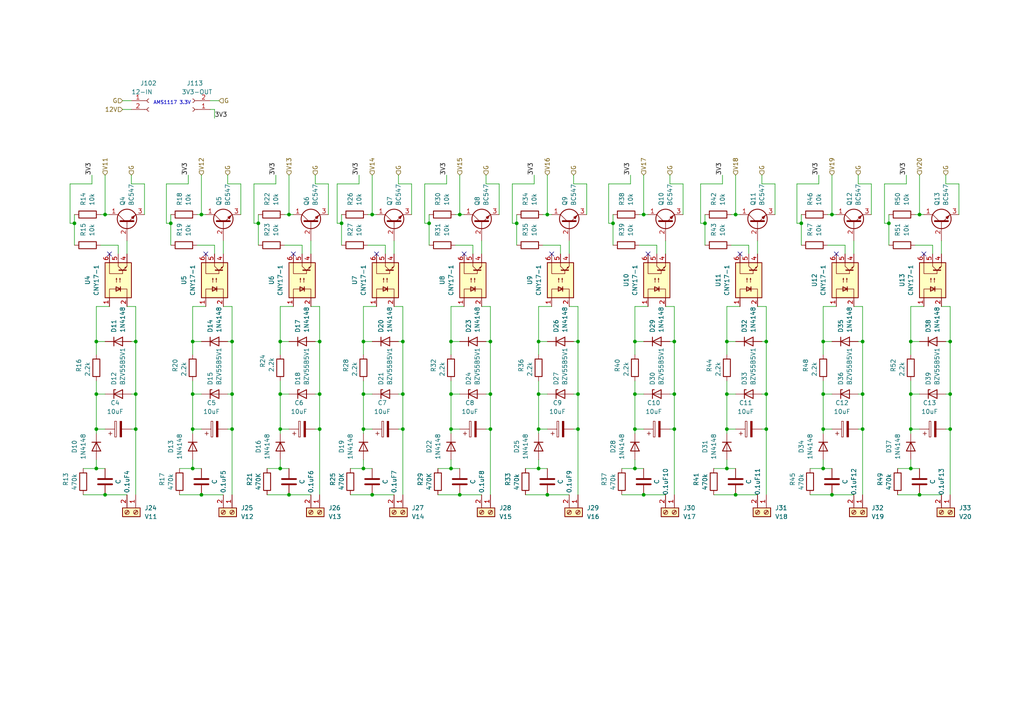
<source format=kicad_sch>
(kicad_sch (version 20211123) (generator eeschema)
  (paper "A4")
  (junction (at 124.46 64.77))
  (junction (at 210.82 124.46))
  (junction (at 142.24 114.3))
  (junction (at 116.84 114.3))
  (junction (at 167.64 99.06))
  (junction (at 210.82 114.3))
  (junction (at 184.15 99.06))
  (junction (at 213.36 62.23))
  (junction (at 39.37 124.46))
  (junction (at 222.25 114.3))
  (junction (at 83.82 143.51))
  (junction (at 130.81 99.06))
  (junction (at 264.16 135.89))
  (junction (at 142.24 124.46))
  (junction (at 156.21 124.46))
  (junction (at 55.88 114.3))
  (junction (at 210.82 135.89))
  (junction (at 58.42 143.51))
  (junction (at 204.47 64.77))
  (junction (at 156.21 135.89))
  (junction (at 27.94 135.89))
  (junction (at 158.75 62.23))
  (junction (at 184.15 114.3))
  (junction (at 167.64 114.3))
  (junction (at 30.48 62.23))
  (junction (at 116.84 99.06))
  (junction (at 222.25 124.46))
  (junction (at 74.93 64.77))
  (junction (at 238.76 114.3))
  (junction (at 156.21 99.06))
  (junction (at 275.59 114.3))
  (junction (at 116.84 124.46))
  (junction (at 177.8 64.77))
  (junction (at 49.53 64.77))
  (junction (at 92.71 124.46))
  (junction (at 238.76 99.06))
  (junction (at 67.31 99.06))
  (junction (at 186.69 143.51))
  (junction (at 266.7 62.23))
  (junction (at 142.24 99.06))
  (junction (at 213.36 143.51))
  (junction (at 105.41 135.89))
  (junction (at 250.19 124.46))
  (junction (at 257.81 64.77))
  (junction (at 107.95 62.23))
  (junction (at 67.31 124.46))
  (junction (at 238.76 135.89))
  (junction (at 130.81 124.46))
  (junction (at 107.95 143.51))
  (junction (at 105.41 124.46))
  (junction (at 232.41 64.77))
  (junction (at 241.3 143.51))
  (junction (at 264.16 114.3))
  (junction (at 39.37 99.06))
  (junction (at 55.88 135.89))
  (junction (at 81.28 124.46))
  (junction (at 266.7 143.51))
  (junction (at 67.31 114.3))
  (junction (at 195.58 114.3))
  (junction (at 241.3 62.23))
  (junction (at 27.94 114.3))
  (junction (at 81.28 114.3))
  (junction (at 250.19 99.06))
  (junction (at 167.64 124.46))
  (junction (at 264.16 124.46))
  (junction (at 275.59 124.46))
  (junction (at 195.58 124.46))
  (junction (at 99.06 64.77))
  (junction (at 27.94 124.46))
  (junction (at 250.19 114.3))
  (junction (at 39.37 114.3))
  (junction (at 133.35 62.23))
  (junction (at 184.15 124.46))
  (junction (at 105.41 114.3))
  (junction (at 130.81 135.89))
  (junction (at 58.42 62.23))
  (junction (at 222.25 99.06))
  (junction (at 130.81 114.3))
  (junction (at 275.59 99.06))
  (junction (at 210.82 99.06))
  (junction (at 27.94 99.06))
  (junction (at 156.21 114.3))
  (junction (at 264.16 99.06))
  (junction (at 30.48 143.51))
  (junction (at 184.15 135.89))
  (junction (at 149.86 64.77))
  (junction (at 21.59 64.77))
  (junction (at 83.82 62.23))
  (junction (at 92.71 99.06))
  (junction (at 186.69 62.23))
  (junction (at 55.88 124.46))
  (junction (at 158.75 143.51))
  (junction (at 92.71 114.3))
  (junction (at 81.28 99.06))
  (junction (at 133.35 143.51))
  (junction (at 238.76 124.46))
  (junction (at 55.88 99.06))
  (junction (at 195.58 99.06))
  (junction (at 105.41 99.06))
  (junction (at 81.28 135.89))
  (no_connect (at 214.63 73.66))
  (no_connect (at 267.97 73.66))
  (no_connect (at 85.09 73.66))
  (no_connect (at 160.02 73.66))
  (no_connect (at 59.69 73.66))
  (no_connect (at 109.22 73.66))
  (no_connect (at 187.96 73.66))
  (no_connect (at 242.57 73.66))
  (no_connect (at 134.62 73.66))
  (no_connect (at 31.75 73.66))
  (wire (pts (xy 158.75 62.23) (xy 158.75 50.8)))
  (wire (pts (xy 39.37 99.06) (xy 39.37 88.9)))
  (wire (pts (xy 127 135.89) (xy 130.81 135.89)))
  (wire (pts (xy 180.34 143.51) (xy 186.69 143.51)))
  (wire (pts (xy 149.86 64.77) (xy 149.86 62.23)))
  (wire (pts (xy 114.3 88.9) (xy 116.84 88.9)))
  (wire (pts (xy 250.19 114.3) (xy 250.19 99.06)))
  (wire (pts (xy 142.24 99.06) (xy 142.24 88.9)))
  (wire (pts (xy 166.37 124.46) (xy 167.64 124.46)))
  (wire (pts (xy 185.42 62.23) (xy 186.69 62.23)))
  (wire (pts (xy 27.94 114.3) (xy 30.48 114.3)))
  (wire (pts (xy 232.41 71.12) (xy 232.41 64.77)))
  (wire (pts (xy 81.28 135.89) (xy 83.82 135.89)))
  (wire (pts (xy 264.16 124.46) (xy 266.7 124.46)))
  (wire (pts (xy 81.28 124.46) (xy 83.82 124.46)))
  (wire (pts (xy 194.31 99.06) (xy 195.58 99.06)))
  (wire (pts (xy 264.16 102.87) (xy 264.16 99.06)))
  (wire (pts (xy 156.21 114.3) (xy 158.75 114.3)))
  (wire (pts (xy 55.88 124.46) (xy 58.42 124.46)))
  (wire (pts (xy 95.25 53.34) (xy 91.44 53.34)))
  (wire (pts (xy 55.88 114.3) (xy 55.88 110.49)))
  (wire (pts (xy 67.31 124.46) (xy 67.31 114.3)))
  (wire (pts (xy 275.59 124.46) (xy 275.59 114.3)))
  (wire (pts (xy 238.76 99.06) (xy 241.3 99.06)))
  (wire (pts (xy 234.95 135.89) (xy 238.76 135.89)))
  (wire (pts (xy 29.21 62.23) (xy 30.48 62.23)))
  (wire (pts (xy 275.59 99.06) (xy 275.59 88.9)))
  (wire (pts (xy 162.56 73.66) (xy 162.56 71.12)))
  (wire (pts (xy 274.32 124.46) (xy 275.59 124.46)))
  (wire (pts (xy 130.81 125.73) (xy 130.81 124.46)))
  (wire (pts (xy 27.94 102.87) (xy 27.94 99.06)))
  (wire (pts (xy 220.98 124.46) (xy 222.25 124.46)))
  (wire (pts (xy 148.59 64.77) (xy 149.86 64.77)))
  (wire (pts (xy 27.94 114.3) (xy 27.94 110.49)))
  (wire (pts (xy 27.94 124.46) (xy 27.94 114.3)))
  (wire (pts (xy 105.41 135.89) (xy 107.95 135.89)))
  (wire (pts (xy 21.59 71.12) (xy 21.59 64.77)))
  (wire (pts (xy 48.26 53.34) (xy 48.26 64.77)))
  (wire (pts (xy 247.65 73.66) (xy 247.65 69.85)))
  (wire (pts (xy 242.57 88.9) (xy 238.76 88.9)))
  (wire (pts (xy 91.44 114.3) (xy 92.71 114.3)))
  (wire (pts (xy 55.88 114.3) (xy 58.42 114.3)))
  (wire (pts (xy 26.67 53.34) (xy 26.67 50.8)))
  (wire (pts (xy 203.2 53.34) (xy 203.2 64.77)))
  (wire (pts (xy 156.21 88.9) (xy 156.21 99.06)))
  (wire (pts (xy 92.71 124.46) (xy 92.71 114.3)))
  (wire (pts (xy 176.53 64.77) (xy 177.8 64.77)))
  (wire (pts (xy 220.98 99.06) (xy 222.25 99.06)))
  (wire (pts (xy 49.53 71.12) (xy 49.53 64.77)))
  (wire (pts (xy 20.32 53.34) (xy 20.32 64.77)))
  (wire (pts (xy 274.32 53.34) (xy 274.32 50.8)))
  (wire (pts (xy 222.25 99.06) (xy 222.25 88.9)))
  (wire (pts (xy 247.65 88.9) (xy 250.19 88.9)))
  (wire (pts (xy 90.17 88.9) (xy 92.71 88.9)))
  (wire (pts (xy 139.7 88.9) (xy 142.24 88.9)))
  (wire (pts (xy 184.15 88.9) (xy 184.15 99.06)))
  (wire (pts (xy 252.73 53.34) (xy 248.92 53.34)))
  (wire (pts (xy 119.38 53.34) (xy 115.57 53.34)))
  (wire (pts (xy 260.35 143.51) (xy 266.7 143.51)))
  (wire (pts (xy 81.28 102.87) (xy 81.28 99.06)))
  (wire (pts (xy 148.59 53.34) (xy 148.59 64.77)))
  (wire (pts (xy 264.16 135.89) (xy 264.16 133.35)))
  (wire (pts (xy 190.5 71.12) (xy 185.42 71.12)))
  (wire (pts (xy 81.28 88.9) (xy 81.28 99.06)))
  (wire (pts (xy 273.05 143.51) (xy 266.7 143.51)))
  (wire (pts (xy 156.21 124.46) (xy 158.75 124.46)))
  (wire (pts (xy 142.24 124.46) (xy 142.24 114.3)))
  (wire (pts (xy 99.06 71.12) (xy 99.06 64.77)))
  (wire (pts (xy 130.81 124.46) (xy 130.81 114.3)))
  (wire (pts (xy 210.82 124.46) (xy 213.36 124.46)))
  (wire (pts (xy 87.63 73.66) (xy 87.63 71.12)))
  (wire (pts (xy 220.98 114.3) (xy 222.25 114.3)))
  (wire (pts (xy 137.16 71.12) (xy 132.08 71.12)))
  (wire (pts (xy 66.04 114.3) (xy 67.31 114.3)))
  (wire (pts (xy 133.35 62.23) (xy 134.62 62.23)))
  (wire (pts (xy 167.64 99.06) (xy 167.64 88.9)))
  (wire (pts (xy 38.1 114.3) (xy 39.37 114.3)))
  (wire (pts (xy 264.16 88.9) (xy 264.16 99.06)))
  (wire (pts (xy 166.37 53.34) (xy 166.37 50.8)))
  (wire (pts (xy 207.01 143.51) (xy 213.36 143.51)))
  (wire (pts (xy 210.82 135.89) (xy 213.36 135.89)))
  (wire (pts (xy 73.66 53.34) (xy 73.66 64.77)))
  (wire (pts (xy 92.71 99.06) (xy 92.71 88.9)))
  (wire (pts (xy 260.35 135.89) (xy 264.16 135.89)))
  (wire (pts (xy 219.71 88.9) (xy 222.25 88.9)))
  (wire (pts (xy 157.48 62.23) (xy 158.75 62.23)))
  (wire (pts (xy 111.76 73.66) (xy 111.76 71.12)))
  (wire (pts (xy 177.8 64.77) (xy 177.8 62.23)))
  (wire (pts (xy 73.66 64.77) (xy 74.93 64.77)))
  (wire (pts (xy 41.91 62.23) (xy 41.91 53.34)))
  (wire (pts (xy 250.19 124.46) (xy 250.19 114.3)))
  (wire (pts (xy 142.24 143.51) (xy 142.24 124.46)))
  (wire (pts (xy 238.76 88.9) (xy 238.76 99.06)))
  (wire (pts (xy 105.41 135.89) (xy 105.41 133.35)))
  (wire (pts (xy 231.14 64.77) (xy 232.41 64.77)))
  (wire (pts (xy 105.41 99.06) (xy 107.95 99.06)))
  (wire (pts (xy 217.17 73.66) (xy 217.17 71.12)))
  (wire (pts (xy 59.69 88.9) (xy 55.88 88.9)))
  (wire (pts (xy 116.84 114.3) (xy 116.84 99.06)))
  (wire (pts (xy 36.83 143.51) (xy 30.48 143.51)))
  (wire (pts (xy 77.47 135.89) (xy 81.28 135.89)))
  (wire (pts (xy 92.71 143.51) (xy 92.71 124.46)))
  (wire (pts (xy 55.88 88.9) (xy 55.88 99.06)))
  (wire (pts (xy 49.53 64.77) (xy 49.53 62.23)))
  (wire (pts (xy 105.41 124.46) (xy 105.41 114.3)))
  (wire (pts (xy 39.37 124.46) (xy 39.37 114.3)))
  (wire (pts (xy 27.94 99.06) (xy 30.48 99.06)))
  (wire (pts (xy 91.44 99.06) (xy 92.71 99.06)))
  (wire (pts (xy 130.81 114.3) (xy 130.81 110.49)))
  (wire (pts (xy 219.71 143.51) (xy 213.36 143.51)))
  (wire (pts (xy 66.04 53.34) (xy 66.04 50.8)))
  (wire (pts (xy 90.17 73.66) (xy 90.17 69.85)))
  (wire (pts (xy 194.31 53.34) (xy 194.31 50.8)))
  (wire (pts (xy 34.29 73.66) (xy 34.29 71.12)))
  (wire (pts (xy 21.59 64.77) (xy 21.59 62.23)))
  (wire (pts (xy 116.84 99.06) (xy 116.84 88.9)))
  (wire (pts (xy 220.98 53.34) (xy 220.98 50.8)))
  (wire (pts (xy 162.56 71.12) (xy 157.48 71.12)))
  (wire (pts (xy 144.78 53.34) (xy 140.97 53.34)))
  (wire (pts (xy 270.51 73.66) (xy 270.51 71.12)))
  (wire (pts (xy 204.47 71.12) (xy 204.47 64.77)))
  (wire (pts (xy 34.29 71.12) (xy 29.21 71.12)))
  (wire (pts (xy 264.16 99.06) (xy 266.7 99.06)))
  (wire (pts (xy 115.57 124.46) (xy 116.84 124.46)))
  (wire (pts (xy 36.83 88.9) (xy 39.37 88.9)))
  (wire (pts (xy 256.54 64.77) (xy 257.81 64.77)))
  (wire (pts (xy 278.13 62.23) (xy 278.13 53.34)))
  (wire (pts (xy 132.08 62.23) (xy 133.35 62.23)))
  (wire (pts (xy 256.54 53.34) (xy 256.54 64.77)))
  (wire (pts (xy 156.21 124.46) (xy 156.21 114.3)))
  (wire (pts (xy 97.79 53.34) (xy 104.14 53.34)))
  (wire (pts (xy 193.04 88.9) (xy 195.58 88.9)))
  (wire (pts (xy 186.69 62.23) (xy 186.69 50.8)))
  (wire (pts (xy 187.96 88.9) (xy 184.15 88.9)))
  (wire (pts (xy 267.97 88.9) (xy 264.16 88.9)))
  (wire (pts (xy 48.26 53.34) (xy 54.61 53.34)))
  (wire (pts (xy 66.04 124.46) (xy 67.31 124.46)))
  (wire (pts (xy 116.84 143.51) (xy 116.84 124.46)))
  (wire (pts (xy 248.92 114.3) (xy 250.19 114.3)))
  (wire (pts (xy 55.88 102.87) (xy 55.88 99.06)))
  (wire (pts (xy 140.97 53.34) (xy 140.97 50.8)))
  (wire (pts (xy 176.53 53.34) (xy 182.88 53.34)))
  (wire (pts (xy 210.82 88.9) (xy 210.82 99.06)))
  (wire (pts (xy 39.37 114.3) (xy 39.37 99.06)))
  (wire (pts (xy 24.13 143.51) (xy 30.48 143.51)))
  (wire (pts (xy 241.3 62.23) (xy 242.57 62.23)))
  (wire (pts (xy 27.94 135.89) (xy 27.94 133.35)))
  (wire (pts (xy 238.76 135.89) (xy 241.3 135.89)))
  (wire (pts (xy 182.88 53.34) (xy 182.88 50.8)))
  (wire (pts (xy 139.7 73.66) (xy 139.7 69.85)))
  (wire (pts (xy 266.7 62.23) (xy 266.7 50.8)))
  (wire (pts (xy 270.51 71.12) (xy 265.43 71.12)))
  (wire (pts (xy 166.37 114.3) (xy 167.64 114.3)))
  (wire (pts (xy 106.68 62.23) (xy 107.95 62.23)))
  (wire (pts (xy 81.28 124.46) (xy 81.28 114.3)))
  (wire (pts (xy 248.92 99.06) (xy 250.19 99.06)))
  (wire (pts (xy 27.94 125.73) (xy 27.94 124.46)))
  (wire (pts (xy 114.3 73.66) (xy 114.3 69.85)))
  (wire (pts (xy 130.81 124.46) (xy 133.35 124.46)))
  (wire (pts (xy 170.18 62.23) (xy 170.18 53.34)))
  (wire (pts (xy 184.15 135.89) (xy 186.69 135.89)))
  (wire (pts (xy 152.4 135.89) (xy 156.21 135.89)))
  (wire (pts (xy 55.88 99.06) (xy 58.42 99.06)))
  (wire (pts (xy 97.79 53.34) (xy 97.79 64.77)))
  (wire (pts (xy 152.4 143.51) (xy 158.75 143.51)))
  (wire (pts (xy 140.97 99.06) (xy 142.24 99.06)))
  (wire (pts (xy 184.15 125.73) (xy 184.15 124.46)))
  (wire (pts (xy 124.46 71.12) (xy 124.46 64.77)))
  (wire (pts (xy 273.05 88.9) (xy 275.59 88.9)))
  (wire (pts (xy 101.6 135.89) (xy 105.41 135.89)))
  (wire (pts (xy 184.15 99.06) (xy 186.69 99.06)))
  (wire (pts (xy 210.82 124.46) (xy 210.82 114.3)))
  (wire (pts (xy 238.76 125.73) (xy 238.76 124.46)))
  (wire (pts (xy 170.18 53.34) (xy 166.37 53.34)))
  (wire (pts (xy 210.82 99.06) (xy 213.36 99.06)))
  (wire (pts (xy 134.62 88.9) (xy 130.81 88.9)))
  (wire (pts (xy 213.36 62.23) (xy 214.63 62.23)))
  (wire (pts (xy 62.23 73.66) (xy 62.23 71.12)))
  (wire (pts (xy 264.16 114.3) (xy 266.7 114.3)))
  (wire (pts (xy 180.34 135.89) (xy 184.15 135.89)))
  (wire (pts (xy 156.21 135.89) (xy 156.21 133.35)))
  (wire (pts (xy 240.03 62.23) (xy 241.3 62.23)))
  (wire (pts (xy 224.79 53.34) (xy 220.98 53.34)))
  (wire (pts (xy 195.58 114.3) (xy 195.58 99.06)))
  (wire (pts (xy 116.84 124.46) (xy 116.84 114.3)))
  (wire (pts (xy 156.21 102.87) (xy 156.21 99.06)))
  (wire (pts (xy 36.83 73.66) (xy 36.83 69.85)))
  (wire (pts (xy 238.76 124.46) (xy 238.76 114.3)))
  (wire (pts (xy 74.93 64.77) (xy 74.93 62.23)))
  (wire (pts (xy 63.5 29.21) (xy 60.96 29.21)))
  (wire (pts (xy 97.79 64.77) (xy 99.06 64.77)))
  (wire (pts (xy 67.31 114.3) (xy 67.31 99.06)))
  (wire (pts (xy 184.15 124.46) (xy 184.15 114.3)))
  (wire (pts (xy 62.23 31.75) (xy 62.23 34.29)))
  (wire (pts (xy 105.41 124.46) (xy 107.95 124.46)))
  (wire (pts (xy 123.19 53.34) (xy 129.54 53.34)))
  (wire (pts (xy 104.14 53.34) (xy 104.14 50.8)))
  (wire (pts (xy 85.09 88.9) (xy 81.28 88.9)))
  (wire (pts (xy 195.58 124.46) (xy 195.58 114.3)))
  (wire (pts (xy 156.21 135.89) (xy 158.75 135.89)))
  (wire (pts (xy 81.28 114.3) (xy 81.28 110.49)))
  (wire (pts (xy 109.22 88.9) (xy 105.41 88.9)))
  (wire (pts (xy 52.07 135.89) (xy 55.88 135.89)))
  (wire (pts (xy 58.42 62.23) (xy 59.69 62.23)))
  (wire (pts (xy 92.71 114.3) (xy 92.71 99.06)))
  (wire (pts (xy 264.16 124.46) (xy 264.16 114.3)))
  (wire (pts (xy 95.25 62.23) (xy 95.25 53.34)))
  (wire (pts (xy 39.37 143.51) (xy 39.37 124.46)))
  (wire (pts (xy 252.73 62.23) (xy 252.73 53.34)))
  (wire (pts (xy 60.96 31.75) (xy 62.23 31.75)))
  (wire (pts (xy 41.91 53.34) (xy 38.1 53.34)))
  (wire (pts (xy 137.16 73.66) (xy 137.16 71.12)))
  (wire (pts (xy 105.41 88.9) (xy 105.41 99.06)))
  (wire (pts (xy 107.95 62.23) (xy 107.95 50.8)))
  (wire (pts (xy 81.28 99.06) (xy 83.82 99.06)))
  (wire (pts (xy 57.15 62.23) (xy 58.42 62.23)))
  (wire (pts (xy 30.48 62.23) (xy 31.75 62.23)))
  (wire (pts (xy 210.82 114.3) (xy 210.82 110.49)))
  (wire (pts (xy 58.42 62.23) (xy 58.42 50.8)))
  (wire (pts (xy 257.81 71.12) (xy 257.81 64.77)))
  (wire (pts (xy 130.81 135.89) (xy 130.81 133.35)))
  (wire (pts (xy 190.5 73.66) (xy 190.5 71.12)))
  (wire (pts (xy 194.31 124.46) (xy 195.58 124.46)))
  (wire (pts (xy 198.12 62.23) (xy 198.12 53.34)))
  (wire (pts (xy 177.8 71.12) (xy 177.8 64.77)))
  (wire (pts (xy 248.92 124.46) (xy 250.19 124.46)))
  (wire (pts (xy 203.2 64.77) (xy 204.47 64.77)))
  (wire (pts (xy 184.15 102.87) (xy 184.15 99.06)))
  (wire (pts (xy 114.3 143.51) (xy 107.95 143.51)))
  (wire (pts (xy 83.82 62.23) (xy 85.09 62.23)))
  (wire (pts (xy 198.12 53.34) (xy 194.31 53.34)))
  (wire (pts (xy 69.85 53.34) (xy 66.04 53.34)))
  (wire (pts (xy 247.65 143.51) (xy 241.3 143.51)))
  (wire (pts (xy 207.01 135.89) (xy 210.82 135.89)))
  (wire (pts (xy 55.88 125.73) (xy 55.88 124.46)))
  (wire (pts (xy 210.82 114.3) (xy 213.36 114.3)))
  (wire (pts (xy 27.94 124.46) (xy 30.48 124.46)))
  (wire (pts (xy 184.15 114.3) (xy 184.15 110.49)))
  (wire (pts (xy 24.13 135.89) (xy 27.94 135.89)))
  (wire (pts (xy 149.86 71.12) (xy 149.86 64.77)))
  (wire (pts (xy 99.06 64.77) (xy 99.06 62.23)))
  (wire (pts (xy 111.76 71.12) (xy 106.68 71.12)))
  (wire (pts (xy 186.69 62.23) (xy 187.96 62.23)))
  (wire (pts (xy 87.63 71.12) (xy 82.55 71.12)))
  (wire (pts (xy 148.59 53.34) (xy 154.94 53.34)))
  (wire (pts (xy 105.41 125.73) (xy 105.41 124.46)))
  (wire (pts (xy 231.14 53.34) (xy 237.49 53.34)))
  (wire (pts (xy 195.58 99.06) (xy 195.58 88.9)))
  (wire (pts (xy 176.53 53.34) (xy 176.53 64.77)))
  (wire (pts (xy 27.94 135.89) (xy 30.48 135.89)))
  (wire (pts (xy 55.88 135.89) (xy 58.42 135.89)))
  (wire (pts (xy 77.47 143.51) (xy 83.82 143.51)))
  (wire (pts (xy 165.1 143.51) (xy 158.75 143.51)))
  (wire (pts (xy 67.31 143.51) (xy 67.31 124.46)))
  (wire (pts (xy 231.14 53.34) (xy 231.14 64.77)))
  (wire (pts (xy 184.15 114.3) (xy 186.69 114.3)))
  (wire (pts (xy 73.66 53.34) (xy 80.01 53.34)))
  (wire (pts (xy 193.04 73.66) (xy 193.04 69.85)))
  (wire (pts (xy 212.09 62.23) (xy 213.36 62.23)))
  (wire (pts (xy 142.24 114.3) (xy 142.24 99.06)))
  (wire (pts (xy 213.36 62.23) (xy 213.36 50.8)))
  (wire (pts (xy 139.7 143.51) (xy 133.35 143.51)))
  (wire (pts (xy 167.64 143.51) (xy 167.64 124.46)))
  (wire (pts (xy 81.28 135.89) (xy 81.28 133.35)))
  (wire (pts (xy 250.19 99.06) (xy 250.19 88.9)))
  (wire (pts (xy 140.97 114.3) (xy 142.24 114.3)))
  (wire (pts (xy 74.93 71.12) (xy 74.93 64.77)))
  (wire (pts (xy 64.77 73.66) (xy 64.77 69.85)))
  (wire (pts (xy 83.82 62.23) (xy 83.82 50.8)))
  (wire (pts (xy 210.82 102.87) (xy 210.82 99.06)))
  (wire (pts (xy 31.75 88.9) (xy 27.94 88.9)))
  (wire (pts (xy 123.19 53.34) (xy 123.19 64.77)))
  (wire (pts (xy 264.16 114.3) (xy 264.16 110.49)))
  (wire (pts (xy 195.58 143.51) (xy 195.58 124.46)))
  (wire (pts (xy 27.94 88.9) (xy 27.94 99.06)))
  (wire (pts (xy 55.88 124.46) (xy 55.88 114.3)))
  (wire (pts (xy 214.63 88.9) (xy 210.82 88.9)))
  (wire (pts (xy 204.47 64.77) (xy 204.47 62.23)))
  (wire (pts (xy 194.31 114.3) (xy 195.58 114.3)))
  (wire (pts (xy 130.81 114.3) (xy 133.35 114.3)))
  (wire (pts (xy 105.41 114.3) (xy 107.95 114.3)))
  (wire (pts (xy 224.79 62.23) (xy 224.79 53.34)))
  (wire (pts (xy 119.38 62.23) (xy 119.38 53.34)))
  (wire (pts (xy 273.05 73.66) (xy 273.05 69.85)))
  (wire (pts (xy 127 143.51) (xy 133.35 143.51)))
  (wire (pts (xy 238.76 124.46) (xy 241.3 124.46)))
  (wire (pts (xy 130.81 135.89) (xy 133.35 135.89)))
  (wire (pts (xy 203.2 53.34) (xy 209.55 53.34)))
  (wire (pts (xy 82.55 62.23) (xy 83.82 62.23)))
  (wire (pts (xy 130.81 88.9) (xy 130.81 99.06)))
  (wire (pts (xy 156.21 114.3) (xy 156.21 110.49)))
  (wire (pts (xy 69.85 62.23) (xy 69.85 53.34)))
  (wire (pts (xy 130.81 102.87) (xy 130.81 99.06)))
  (wire (pts (xy 234.95 143.51) (xy 241.3 143.51)))
  (wire (pts (xy 238.76 114.3) (xy 241.3 114.3)))
  (wire (pts (xy 275.59 143.51) (xy 275.59 124.46)))
  (wire (pts (xy 107.95 62.23) (xy 109.22 62.23)))
  (wire (pts (xy 264.16 135.89) (xy 266.7 135.89)))
  (wire (pts (xy 55.88 135.89) (xy 55.88 133.35)))
  (wire (pts (xy 154.94 53.34) (xy 154.94 50.8)))
  (wire (pts (xy 257.81 64.77) (xy 257.81 62.23)))
  (wire (pts (xy 115.57 99.06) (xy 116.84 99.06)))
  (wire (pts (xy 165.1 88.9) (xy 167.64 88.9)))
  (wire (pts (xy 38.1 53.34) (xy 38.1 50.8)))
  (wire (pts (xy 193.04 143.51) (xy 186.69 143.51)))
  (wire (pts (xy 256.54 53.34) (xy 262.89 53.34)))
  (wire (pts (xy 245.11 71.12) (xy 240.03 71.12)))
  (wire (pts (xy 274.32 114.3) (xy 275.59 114.3)))
  (wire (pts (xy 266.7 62.23) (xy 267.97 62.23)))
  (wire (pts (xy 30.48 62.23) (xy 30.48 50.8)))
  (wire (pts (xy 101.6 143.51) (xy 107.95 143.51)))
  (wire (pts (xy 238.76 102.87) (xy 238.76 99.06)))
  (wire (pts (xy 167.64 124.46) (xy 167.64 114.3)))
  (wire (pts (xy 158.75 62.23) (xy 160.02 62.23)))
  (wire (pts (xy 66.04 99.06) (xy 67.31 99.06)))
  (wire (pts (xy 167.64 114.3) (xy 167.64 99.06)))
  (wire (pts (xy 210.82 135.89) (xy 210.82 133.35)))
  (wire (pts (xy 222.25 124.46) (xy 222.25 114.3)))
  (wire (pts (xy 265.43 62.23) (xy 266.7 62.23)))
  (wire (pts (xy 129.54 53.34) (xy 129.54 50.8)))
  (wire (pts (xy 278.13 53.34) (xy 274.32 53.34)))
  (wire (pts (xy 105.41 102.87) (xy 105.41 99.06)))
  (wire (pts (xy 130.81 99.06) (xy 133.35 99.06)))
  (wire (pts (xy 184.15 135.89) (xy 184.15 133.35)))
  (wire (pts (xy 123.19 64.77) (xy 124.46 64.77)))
  (wire (pts (xy 64.77 88.9) (xy 67.31 88.9)))
  (wire (pts (xy 219.71 73.66) (xy 219.71 69.85)))
  (wire (pts (xy 262.89 53.34) (xy 262.89 50.8)))
  (wire (pts (xy 144.78 62.23) (xy 144.78 53.34)))
  (wire (pts (xy 67.31 99.06) (xy 67.31 88.9)))
  (wire (pts (xy 248.92 53.34) (xy 248.92 50.8)))
  (wire (pts (xy 20.32 64.77) (xy 21.59 64.77)))
  (wire (pts (xy 38.1 99.06) (xy 39.37 99.06)))
  (wire (pts (xy 124.46 64.77) (xy 124.46 62.23)))
  (wire (pts (xy 156.21 99.06) (xy 158.75 99.06)))
  (wire (pts (xy 20.32 53.34) (xy 26.67 53.34)))
  (wire (pts (xy 81.28 125.73) (xy 81.28 124.46)))
  (wire (pts (xy 35.56 29.21) (xy 38.1 29.21)))
  (wire (pts (xy 91.44 124.46) (xy 92.71 124.46)))
  (wire (pts (xy 115.57 114.3) (xy 116.84 114.3)))
  (wire (pts (xy 245.11 73.66) (xy 245.11 71.12)))
  (wire (pts (xy 217.17 71.12) (xy 212.09 71.12)))
  (wire (pts (xy 64.77 143.51) (xy 58.42 143.51)))
  (wire (pts (xy 250.19 143.51) (xy 250.19 124.46)))
  (wire (pts (xy 35.56 31.75) (xy 38.1 31.75)))
  (wire (pts (xy 38.1 124.46) (xy 39.37 124.46)))
  (wire (pts (xy 238.76 114.3) (xy 238.76 110.49)))
  (wire (pts (xy 160.02 88.9) (xy 156.21 88.9)))
  (wire (pts (xy 241.3 62.23) (xy 241.3 50.8)))
  (wire (pts (xy 52.07 143.51) (xy 58.42 143.51)))
  (wire (pts (xy 90.17 143.51) (xy 83.82 143.51)))
  (wire (pts (xy 184.15 124.46) (xy 186.69 124.46)))
  (wire (pts (xy 222.25 143.51) (xy 222.25 124.46)))
  (wire (pts (xy 209.55 53.34) (xy 209.55 50.8)))
  (wire (pts (xy 166.37 99.06) (xy 167.64 99.06)))
  (wire (pts (xy 91.44 53.34) (xy 91.44 50.8)))
  (wire (pts (xy 140.97 124.46) (xy 142.24 124.46)))
  (wire (pts (xy 62.23 71.12) (xy 57.15 71.12)))
  (wire (pts (xy 133.35 62.23) (xy 133.35 50.8)))
  (wire (pts (xy 48.26 64.77) (xy 49.53 64.77)))
  (wire (pts (xy 238.76 135.89) (xy 238.76 133.35)))
  (wire (pts (xy 264.16 125.73) (xy 264.16 124.46)))
  (wire (pts (xy 237.49 53.34) (xy 237.49 50.8)))
  (wire (pts (xy 105.41 114.3) (xy 105.41 110.49)))
  (wire (pts (xy 54.61 53.34) (xy 54.61 50.8)))
  (wire (pts (xy 222.25 114.3) (xy 222.25 99.06)))
  (wire (pts (xy 210.82 125.73) (xy 210.82 124.46)))
  (wire (pts (xy 80.01 53.34) (xy 80.01 50.8)))
  (wire (pts (xy 232.41 64.77) (xy 232.41 62.23)))
  (wire (pts (xy 81.28 114.3) (xy 83.82 114.3)))
  (wire (pts (xy 275.59 114.3) (xy 275.59 99.06)))
  (wire (pts (xy 156.21 125.73) (xy 156.21 124.46)))
  (wire (pts (xy 115.57 53.34) (xy 115.57 50.8)))
  (wire (pts (xy 165.1 73.66) (xy 165.1 69.85)))
  (wire (pts (xy 274.32 99.06) (xy 275.59 99.06)))
  (text "AMS1117 3.3V" (at 44.45 30.48 0) (effects (font (size 1 1)) (justify left bottom)))
  (label "3V3" (at 154.94 50.8 90))
  (label "3V3" (at 182.88 50.8 90))
  (label "3V3" (at 54.61 50.8 90))
  (label "3V3" (at 237.49 50.8 90))
  (label "3V3" (at 80.01 50.8 90))
  (label "3V3" (at 62.23 34.29 0))
  (label "3V3" (at 262.89 50.8 90))
  (label "3V3" (at 129.54 50.8 90))
  (label "3V3" (at 104.14 50.8 90))
  (label "3V3" (at 209.55 50.8 90))
  (label "3V3" (at 26.67 50.8 90))
  (hierarchical_label "V12" (shape input) (at 58.42 50.8 90))
  (hierarchical_label "V18" (shape input) (at 213.36 50.8 90))
  (hierarchical_label "G" (shape input) (at 38.1 50.8 90))
  (hierarchical_label "V11" (shape input) (at 30.48 50.8 90))
  (hierarchical_label "V19" (shape input) (at 241.3 50.8 90))
  (hierarchical_label "G" (shape input) (at 248.92 50.8 90))
  (hierarchical_label "G" (shape input) (at 220.98 50.8 90))
  (hierarchical_label "V16" (shape input) (at 158.75 50.8 90))
  (hierarchical_label "G" (shape input) (at 91.44 50.8 90))
  (hierarchical_label "V20" (shape input) (at 266.7 50.8 90))
  (hierarchical_label "V17" (shape input) (at 186.69 50.8 90))
  (hierarchical_label "G" (shape input) (at 140.97 50.8 90))
  (hierarchical_label "G" (shape input) (at 63.5 29.21 0))
  (hierarchical_label "12V" (shape input) (at 35.56 31.75 180))
  (hierarchical_label "G" (shape input) (at 35.56 29.21 180))
  (hierarchical_label "G" (shape input) (at 194.31 50.8 90))
  (hierarchical_label "V13" (shape input) (at 83.82 50.8 90))
  (hierarchical_label "G" (shape input) (at 66.04 50.8 90))
  (hierarchical_label "G" (shape input) (at 274.32 50.8 90))
  (hierarchical_label "V15" (shape input) (at 133.35 50.8 90))
  (hierarchical_label "G" (shape input) (at 166.37 50.8 90))
  (hierarchical_label "V14" (shape input) (at 107.95 50.8 90))
  (hierarchical_label "G" (shape input) (at 115.57 50.8 90))
  (symbol (lib_id "Device:C_Polarized") (at 87.63 124.46 90) (unit 1)
    (property "Reference" "C6" (at 86.741 116.84 90))
    (property "Value" "10uF" (at 86.741 119.38 90))
  )
  (symbol (lib_id "Device:C") (at 83.82 139.7 0) (unit 1)
    (property "Reference" "0.1uF6" (at 90.17 139.7 90))
    (property "Value" "C" (at 87.63 139.7 90))
  )
  (symbol (lib_id "Isolator:CNY17-1") (at 245.11 81.28 90) (unit 1)
    (property "Reference" "U12" (at 236.22 81.28 0))
    (property "Value" "CNY17-1" (at 238.76 81.28 0))
    (property "Datasheet" "http://www.vishay.com/docs/83606/cny17.pdf" (effects hide))
  )
  (symbol (lib_id "Isolator:CNY17-1") (at 190.5 81.28 90) (unit 1)
    (property "Reference" "U10" (at 181.61 81.28 0))
    (property "Value" "CNY17-1" (at 184.15 81.28 0))
    (property "Datasheet" "http://www.vishay.com/docs/83606/cny17.pdf" (effects hide))
  )
  (symbol (lib_id "Isolator:CNY17-1") (at 137.16 81.28 90) (unit 1)
    (property "Reference" "U8" (at 128.27 81.28 0))
    (property "Value" "CNY17-1" (at 130.81 81.28 0))
    (property "Datasheet" "http://www.vishay.com/docs/83606/cny17.pdf" (effects hide))
  )
  (symbol (lib_id "Device:R") (at 261.62 71.12 90) (unit 1)
    (property "Reference" "R51" (at 260.3499 68.58 0) (effects (justify left)))
    (property "Value" "10k" (at 262.8899 68.58 0) (effects (justify left)))
  )
  (symbol (lib_id "Diode:1N4148") (at 55.88 129.54 270) (unit 1)
    (property "Reference" "D13" (at 49.53 129.54 0))
    (property "Value" "1N4148" (at 52.07 129.54 0))
    (property "Footprint" "Diode_THT:D_DO-35_SOD27_P7.62mm_Horizontal" (effects hide))
    (property "Datasheet" "https://assets.nexperia.com/documents/data-sheet/1N4148_1N4448.pdf" (effects hide))
  )
  (symbol (lib_id "Device:C_Polarized") (at 111.76 124.46 90) (unit 1)
    (property "Reference" "C7" (at 110.871 116.84 90))
    (property "Value" "10uF" (at 110.871 119.38 90))
  )
  (symbol (lib_id "Device:C") (at 30.48 139.7 0) (unit 1)
    (property "Reference" "0.1uF4" (at 36.83 139.7 90))
    (property "Value" "C" (at 34.29 139.7 90))
  )
  (symbol (lib_id "Diode:BZV55B5V1") (at 87.63 114.3 0) (unit 1)
    (property "Reference" "D18" (at 86.3599 111.76 90) (effects (justify left)))
    (property "Value" "BZV55B5V1" (at 88.8999 111.76 90) (effects (justify left)))
    (property "Footprint" "Diode_SMD:D_MiniMELF" (effects hide))
    (property "Datasheet" "https://assets.nexperia.com/documents/data-sheet/BZV55_SER.pdf" (effects hide))
  )
  (symbol (lib_id "Diode:BZV55B5V1") (at 270.51 114.3 0) (unit 1)
    (property "Reference" "D39" (at 269.2399 111.76 90) (effects (justify left)))
    (property "Value" "BZV55B5V1" (at 271.7799 111.76 90) (effects (justify left)))
    (property "Footprint" "Diode_SMD:D_MiniMELF" (effects hide))
    (property "Datasheet" "https://assets.nexperia.com/documents/data-sheet/BZV55_SER.pdf" (effects hide))
  )
  (symbol (lib_id "Device:R") (at 152.4 139.7 0) (unit 1)
    (property "Reference" "R33" (at 147.32 140.97 90) (effects (justify left)))
    (property "Value" "470k" (at 149.86 142.24 90) (effects (justify left)))
  )
  (symbol (lib_id "Device:R") (at 184.15 106.68 0) (unit 1)
    (property "Reference" "R40" (at 179.07 107.95 90) (effects (justify left)))
    (property "Value" "2.2k" (at 181.61 109.22 90) (effects (justify left)))
  )
  (symbol (lib_id "Isolator:CNY17-1") (at 270.51 81.28 90) (unit 1)
    (property "Reference" "U13" (at 261.62 81.28 0))
    (property "Value" "CNY17-1" (at 264.16 81.28 0))
    (property "Datasheet" "http://www.vishay.com/docs/83606/cny17.pdf" (effects hide))
  )
  (symbol (lib_id "Diode:BZV55B5V1") (at 217.17 114.3 0) (unit 1)
    (property "Reference" "D33" (at 215.8999 111.76 90) (effects (justify left)))
    (property "Value" "BZV55B5V1" (at 218.4399 111.76 90) (effects (justify left)))
    (property "Footprint" "Diode_SMD:D_MiniMELF" (effects hide))
    (property "Datasheet" "https://assets.nexperia.com/documents/data-sheet/BZV55_SER.pdf" (effects hide))
  )
  (symbol (lib_id "Device:R") (at 236.22 71.12 90) (unit 1)
    (property "Reference" "R47" (at 234.9499 68.58 0) (effects (justify left)))
    (property "Value" "10k" (at 237.4899 68.58 0) (effects (justify left)))
  )
  (symbol (lib_id "Device:R") (at 264.16 106.68 0) (unit 1)
    (property "Reference" "R52" (at 259.08 107.95 90) (effects (justify left)))
    (property "Value" "2.2k" (at 261.62 109.22 90) (effects (justify left)))
  )
  (symbol (lib_id "Transistor_BJT:BC547") (at 36.83 64.77 90) (unit 1)
    (property "Reference" "Q4" (at 35.5599 59.69 0) (effects (justify left)))
    (property "Value" "BC547" (at 38.0999 59.69 0) (effects (justify left)))
    (property "Footprint" "Package_TO_SOT_THT:TO-92_Inline" (effects hide))
    (property "Datasheet" "https://www.onsemi.com/pub/Collateral/BC550-D.pdf" (effects hide))
  )
  (symbol (lib_id "Device:R") (at 261.62 62.23 90) (unit 1)
    (property "Reference" "R50" (at 260.3499 59.69 0) (effects (justify left)))
    (property "Value" "10k" (at 262.8899 59.69 0) (effects (justify left)))
  )
  (symbol (lib_id "Device:C_Polarized") (at 137.16 124.46 90) (unit 1)
    (property "Reference" "C8" (at 136.271 116.84 90))
    (property "Value" "10uF" (at 136.271 119.38 90))
  )
  (symbol (lib_id "Device:R") (at 53.34 62.23 90) (unit 1)
    (property "Reference" "R18" (at 52.0699 59.69 0) (effects (justify left)))
    (property "Value" "10k" (at 54.6099 59.69 0) (effects (justify left)))
  )
  (symbol (lib_id "Device:R") (at 78.74 71.12 90) (unit 1)
    (property "Reference" "R23" (at 77.4699 68.58 0) (effects (justify left)))
    (property "Value" "10k" (at 80.0099 68.58 0) (effects (justify left)))
  )
  (symbol (lib_id "Device:R") (at 128.27 62.23 90) (unit 1)
    (property "Reference" "R30" (at 126.9999 59.69 0) (effects (justify left)))
    (property "Value" "10k" (at 129.5399 59.69 0) (effects (justify left)))
  )
  (symbol (lib_id "Connector:Screw_Terminal_01x02") (at 142.24 148.59 270) (unit 1)
    (property "Reference" "J28" (at 144.78 147.3199 90) (effects (justify left)))
    (property "Value" "V15" (at 144.78 149.8599 90) (effects (justify left)))
  )
  (symbol (lib_id "Device:R") (at 181.61 62.23 90) (unit 1)
    (property "Reference" "R38" (at 180.3399 59.69 0) (effects (justify left)))
    (property "Value" "10k" (at 182.8799 59.69 0) (effects (justify left)))
  )
  (symbol (lib_id "Device:R") (at 127 139.7 0) (unit 1)
    (property "Reference" "R29" (at 121.92 140.97 90) (effects (justify left)))
    (property "Value" "470K" (at 124.46 142.24 90) (effects (justify left)))
  )
  (symbol (lib_id "Isolator:CNY17-1") (at 217.17 81.28 90) (unit 1)
    (property "Reference" "U11" (at 208.28 81.28 0))
    (property "Value" "CNY17-1" (at 210.82 81.28 0))
    (property "Datasheet" "http://www.vishay.com/docs/83606/cny17.pdf" (effects hide))
  )
  (symbol (lib_id "Device:R") (at 78.74 62.23 90) (unit 1)
    (property "Reference" "R22" (at 77.4699 59.69 0) (effects (justify left)))
    (property "Value" "10k" (at 80.0099 59.69 0) (effects (justify left)))
  )
  (symbol (lib_id "Diode:1N4148") (at 81.28 129.54 270) (unit 1)
    (property "Reference" "D16" (at 74.93 129.54 0))
    (property "Value" "1N4148" (at 77.47 129.54 0))
    (property "Footprint" "Diode_THT:D_DO-35_SOD27_P7.62mm_Horizontal" (effects hide))
    (property "Datasheet" "https://assets.nexperia.com/documents/data-sheet/1N4148_1N4448.pdf" (effects hide))
  )
  (symbol (lib_id "Diode:BZV55B5V1") (at 190.5 114.3 0) (unit 1)
    (property "Reference" "D30" (at 189.2299 111.76 90) (effects (justify left)))
    (property "Value" "BZV55B5V1" (at 191.7699 111.76 90) (effects (justify left)))
    (property "Footprint" "Diode_SMD:D_MiniMELF" (effects hide))
    (property "Datasheet" "https://assets.nexperia.com/documents/data-sheet/BZV55_SER.pdf" (effects hide))
  )
  (symbol (lib_id "Device:R") (at 101.6 139.7 0) (unit 1)
    (property "Reference" "R25" (at 96.52 140.97 90) (effects (justify left)))
    (property "Value" "470K" (at 99.06 142.24 90) (effects (justify left)))
  )
  (symbol (lib_id "Diode:1N4148") (at 264.16 129.54 270) (unit 1)
    (property "Reference" "D37" (at 257.81 129.54 0))
    (property "Value" "1N4148" (at 260.35 129.54 0))
    (property "Footprint" "Diode_THT:D_DO-35_SOD27_P7.62mm_Horizontal" (effects hide))
    (property "Datasheet" "https://assets.nexperia.com/documents/data-sheet/1N4148_1N4448.pdf" (effects hide))
  )
  (symbol (lib_id "Device:R") (at 234.95 139.7 0) (unit 1)
    (property "Reference" "R45" (at 229.87 140.97 90) (effects (justify left)))
    (property "Value" "470k" (at 232.41 142.24 90) (effects (justify left)))
  )
  (symbol (lib_id "Isolator:CNY17-1") (at 62.23 81.28 90) (unit 1)
    (property "Reference" "U5" (at 53.34 81.28 0))
    (property "Value" "CNY17-1" (at 55.88 81.28 0))
    (property "Datasheet" "http://www.vishay.com/docs/83606/cny17.pdf" (effects hide))
  )
  (symbol (lib_id "Diode:1N4148") (at 190.5 99.06 0) (unit 1)
    (property "Reference" "D29" (at 189.2299 96.52 90) (effects (justify left)))
    (property "Value" "1N4148" (at 191.7699 96.52 90) (effects (justify left)))
    (property "Footprint" "Diode_THT:D_DO-35_SOD27_P7.62mm_Horizontal" (effects hide))
    (property "Datasheet" "https://assets.nexperia.com/documents/data-sheet/1N4148_1N4448.pdf" (effects hide))
  )
  (symbol (lib_id "Device:R") (at 153.67 71.12 90) (unit 1)
    (property "Reference" "R35" (at 152.3999 68.58 0) (effects (justify left)))
    (property "Value" "10k" (at 154.9399 68.58 0) (effects (justify left)))
  )
  (symbol (lib_id "Diode:1N4148") (at 27.94 129.54 270) (unit 1)
    (property "Reference" "D10" (at 21.59 129.54 0))
    (property "Value" "1N4148" (at 24.13 129.54 0))
    (property "Footprint" "Diode_THT:D_DO-35_SOD27_P7.62mm_Horizontal" (effects hide))
    (property "Datasheet" "https://assets.nexperia.com/documents/data-sheet/1N4148_1N4448.pdf" (effects hide))
  )
  (symbol (lib_id "Device:C_Polarized") (at 217.17 124.46 90) (unit 1)
    (property "Reference" "C11" (at 216.281 116.84 90))
    (property "Value" "10uF" (at 216.281 119.38 90))
  )
  (symbol (lib_id "Device:R") (at 53.34 71.12 90) (unit 1)
    (property "Reference" "R19" (at 52.0699 68.58 0) (effects (justify left)))
    (property "Value" "10k" (at 54.6099 68.58 0) (effects (justify left)))
  )
  (symbol (lib_id "Device:R") (at 236.22 62.23 90) (unit 1)
    (property "Reference" "R46" (at 234.9499 59.69 0) (effects (justify left)))
    (property "Value" "10k" (at 237.4899 59.69 0) (effects (justify left)))
  )
  (symbol (lib_id "Diode:1N4148") (at 270.51 99.06 0) (unit 1)
    (property "Reference" "D38" (at 269.2399 96.52 90) (effects (justify left)))
    (property "Value" "1N4148" (at 271.7799 96.52 90) (effects (justify left)))
    (property "Footprint" "Diode_THT:D_DO-35_SOD27_P7.62mm_Horizontal" (effects hide))
    (property "Datasheet" "https://assets.nexperia.com/documents/data-sheet/1N4148_1N4448.pdf" (effects hide))
  )
  (symbol (lib_id "Diode:1N4148") (at 105.41 129.54 270) (unit 1)
    (property "Reference" "D19" (at 99.06 129.54 0))
    (property "Value" "1N4148" (at 101.6 129.54 0))
    (property "Footprint" "Diode_THT:D_DO-35_SOD27_P7.62mm_Horizontal" (effects hide))
    (property "Datasheet" "https://assets.nexperia.com/documents/data-sheet/1N4148_1N4448.pdf" (effects hide))
  )
  (symbol (lib_id "Device:R") (at 102.87 71.12 90) (unit 1)
    (property "Reference" "R27" (at 101.5999 68.58 0) (effects (justify left)))
    (property "Value" "10k" (at 104.1399 68.58 0) (effects (justify left)))
  )
  (symbol (lib_id "Diode:BZV55B5V1") (at 34.29 114.3 0) (unit 1)
    (property "Reference" "D12" (at 33.0199 111.76 90) (effects (justify left)))
    (property "Value" "BZV55B5V1" (at 35.5599 111.76 90) (effects (justify left)))
    (property "Footprint" "Diode_SMD:D_MiniMELF" (effects hide))
    (property "Datasheet" "https://assets.nexperia.com/documents/data-sheet/BZV55_SER.pdf" (effects hide))
  )
  (symbol (lib_id "Device:R") (at 25.4 62.23 90) (unit 1)
    (property "Reference" "R14" (at 24.1299 59.69 0) (effects (justify left)))
    (property "Value" "10k" (at 26.6699 59.69 0) (effects (justify left)))
  )
  (symbol (lib_id "Device:R") (at 210.82 106.68 0) (unit 1)
    (property "Reference" "R44" (at 205.74 107.95 90) (effects (justify left)))
    (property "Value" "2.2k" (at 208.28 109.22 90) (effects (justify left)))
  )
  (symbol (lib_id "Device:R") (at 24.13 139.7 0) (unit 1)
    (property "Reference" "R13" (at 19.05 140.97 90) (effects (justify left)))
    (property "Value" "470k" (at 21.59 142.24 90) (effects (justify left)))
  )
  (symbol (lib_id "Device:R") (at 105.41 106.68 0) (unit 1)
    (property "Reference" "R28" (at 100.33 107.95 90) (effects (justify left)))
    (property "Value" "2.2k" (at 102.87 109.22 90) (effects (justify left)))
  )
  (symbol (lib_id "Device:C_Polarized") (at 34.29 124.46 90) (unit 1)
    (property "Reference" "C4" (at 33.401 116.84 90))
    (property "Value" "10uF" (at 33.401 119.38 90))
  )
  (symbol (lib_id "Diode:1N4148") (at 111.76 99.06 0) (unit 1)
    (property "Reference" "D20" (at 110.4899 96.52 90) (effects (justify left)))
    (property "Value" "1N4148" (at 113.0299 96.52 90) (effects (justify left)))
    (property "Footprint" "Diode_THT:D_DO-35_SOD27_P7.62mm_Horizontal" (effects hide))
    (property "Datasheet" "https://assets.nexperia.com/documents/data-sheet/1N4148_1N4448.pdf" (effects hide))
  )
  (symbol (lib_id "Device:C") (at 107.95 139.7 0) (unit 1)
    (property "Reference" "0.1uF7" (at 114.3 139.7 90))
    (property "Value" "C" (at 111.76 139.7 90))
  )
  (symbol (lib_id "Device:C") (at 266.7 139.7 0) (unit 1)
    (property "Reference" "0.1uF13" (at 273.05 139.7 90))
    (property "Value" "C" (at 270.51 139.7 90))
  )
  (symbol (lib_id "Device:R") (at 130.81 106.68 0) (unit 1)
    (property "Reference" "R32" (at 125.73 107.95 90) (effects (justify left)))
    (property "Value" "2.2k" (at 128.27 109.22 90) (effects (justify left)))
  )
  (symbol (lib_id "Connector:Screw_Terminal_01x02") (at 92.71 148.59 270) (unit 1)
    (property "Reference" "J26" (at 95.25 147.3199 90) (effects (justify left)))
    (property "Value" "V13" (at 95.25 149.8599 90) (effects (justify left)))
  )
  (symbol (lib_id "Diode:BZV55B5V1") (at 162.56 114.3 0) (unit 1)
    (property "Reference" "D27" (at 161.2899 111.76 90) (effects (justify left)))
    (property "Value" "BZV55B5V1" (at 163.8299 111.76 90) (effects (justify left)))
    (property "Footprint" "Diode_SMD:D_MiniMELF" (effects hide))
    (property "Datasheet" "https://assets.nexperia.com/documents/data-sheet/BZV55_SER.pdf" (effects hide))
  )
  (symbol (lib_id "Isolator:CNY17-1") (at 87.63 81.28 90) (unit 1)
    (property "Reference" "U6" (at 78.74 81.28 0))
    (property "Value" "CNY17-1" (at 81.28 81.28 0))
    (property "Datasheet" "http://www.vishay.com/docs/83606/cny17.pdf" (effects hide))
  )
  (symbol (lib_id "Transistor_BJT:BC547") (at 114.3 64.77 90) (unit 1)
    (property "Reference" "Q7" (at 113.0299 59.69 0) (effects (justify left)))
    (property "Value" "BC547" (at 115.5699 59.69 0) (effects (justify left)))
    (property "Footprint" "Package_TO_SOT_THT:TO-92_Inline" (effects hide))
    (property "Datasheet" "https://www.onsemi.com/pub/Collateral/BC550-D.pdf" (effects hide))
  )
  (symbol (lib_id "Diode:1N4148") (at 238.76 129.54 270) (unit 1)
    (property "Reference" "D34" (at 232.41 129.54 0))
    (property "Value" "1N4148" (at 234.95 129.54 0))
    (property "Footprint" "Diode_THT:D_DO-35_SOD27_P7.62mm_Horizontal" (effects hide))
    (property "Datasheet" "https://assets.nexperia.com/documents/data-sheet/1N4148_1N4448.pdf" (effects hide))
  )
  (symbol (lib_id "Transistor_BJT:BC547") (at 247.65 64.77 90) (unit 1)
    (property "Reference" "Q12" (at 246.3799 59.69 0) (effects (justify left)))
    (property "Value" "BC547" (at 248.9199 59.69 0) (effects (justify left)))
    (property "Footprint" "Package_TO_SOT_THT:TO-92_Inline" (effects hide))
    (property "Datasheet" "https://www.onsemi.com/pub/Collateral/BC550-D.pdf" (effects hide))
  )
  (symbol (lib_id "Connector:Screw_Terminal_01x02") (at 39.37 148.59 270) (unit 1)
    (property "Reference" "J24" (at 41.91 147.3199 90) (effects (justify left)))
    (property "Value" "V11" (at 41.91 149.8599 90) (effects (justify left)))
  )
  (symbol (lib_id "Device:C_Polarized") (at 62.23 124.46 90) (unit 1)
    (property "Reference" "C5" (at 61.341 116.84 90))
    (property "Value" "10uF" (at 61.341 119.38 90))
  )
  (symbol (lib_id "Isolator:CNY17-1") (at 34.29 81.28 90) (unit 1)
    (property "Reference" "U4" (at 25.4 81.28 0))
    (property "Value" "CNY17-1" (at 27.94 81.28 0))
    (property "Datasheet" "http://www.vishay.com/docs/83606/cny17.pdf" (effects hide))
  )
  (symbol (lib_id "Device:C") (at 158.75 139.7 0) (unit 1)
    (property "Reference" "0.1uF9" (at 165.1 139.7 90))
    (property "Value" "C" (at 162.56 139.7 90))
  )
  (symbol (lib_id "Diode:1N4148") (at 210.82 129.54 270) (unit 1)
    (property "Reference" "D31" (at 204.47 129.54 0))
    (property "Value" "1N4148" (at 207.01 129.54 0))
    (property "Footprint" "Diode_THT:D_DO-35_SOD27_P7.62mm_Horizontal" (effects hide))
    (property "Datasheet" "https://assets.nexperia.com/documents/data-sheet/1N4148_1N4448.pdf" (effects hide))
  )
  (symbol (lib_id "Device:C_Polarized") (at 162.56 124.46 90) (unit 1)
    (property "Reference" "C9" (at 161.671 116.84 90))
    (property "Value" "10uF" (at 161.671 119.38 90))
  )
  (symbol (lib_id "Diode:1N4148") (at 87.63 99.06 0) (unit 1)
    (property "Reference" "D17" (at 86.3599 96.52 90) (effects (justify left)))
    (property "Value" "1N4148" (at 88.8999 96.52 90) (effects (justify left)))
    (property "Footprint" "Diode_THT:D_DO-35_SOD27_P7.62mm_Horizontal" (effects hide))
    (property "Datasheet" "https://assets.nexperia.com/documents/data-sheet/1N4148_1N4448.pdf" (effects hide))
  )
  (symbol (lib_id "Connector:Screw_Terminal_01x02") (at 250.19 148.59 270) (unit 1)
    (property "Reference" "J32" (at 252.73 147.3199 90) (effects (justify left)))
    (property "Value" "V19" (at 252.73 149.8599 90) (effects (justify left)))
  )
  (symbol (lib_id "Diode:1N4148") (at 62.23 99.06 0) (unit 1)
    (property "Reference" "D14" (at 60.9599 96.52 90) (effects (justify left)))
    (property "Value" "1N4148" (at 63.4999 96.52 90) (effects (justify left)))
    (property "Footprint" "Diode_THT:D_DO-35_SOD27_P7.62mm_Horizontal" (effects hide))
    (property "Datasheet" "https://assets.nexperia.com/documents/data-sheet/1N4148_1N4448.pdf" (effects hide))
  )
  (symbol (lib_id "Device:R") (at 260.35 139.7 0) (unit 1)
    (property "Reference" "R49" (at 255.27 140.97 90) (effects (justify left)))
    (property "Value" "470k" (at 257.81 142.24 90) (effects (justify left)))
  )
  (symbol (lib_id "Device:R") (at 128.27 71.12 90) (unit 1)
    (property "Reference" "R31" (at 126.9999 68.58 0) (effects (justify left)))
    (property "Value" "10k" (at 129.5399 68.58 0) (effects (justify left)))
  )
  (symbol (lib_id "Device:R") (at 181.61 71.12 90) (unit 1)
    (property "Reference" "R39" (at 180.3399 68.58 0) (effects (justify left)))
    (property "Value" "10k" (at 182.8799 68.58 0) (effects (justify left)))
  )
  (symbol (lib_id "Diode:1N4148") (at 137.16 99.06 0) (unit 1)
    (property "Reference" "D23" (at 135.8899 96.52 90) (effects (justify left)))
    (property "Value" "1N4148" (at 138.4299 96.52 90) (effects (justify left)))
    (property "Footprint" "Diode_THT:D_DO-35_SOD27_P7.62mm_Horizontal" (effects hide))
    (property "Datasheet" "https://assets.nexperia.com/documents/data-sheet/1N4148_1N4448.pdf" (effects hide))
  )
  (symbol (lib_id "Device:R") (at 208.28 62.23 90) (unit 1)
    (property "Reference" "R42" (at 207.0099 59.69 0) (effects (justify left)))
    (property "Value" "10k" (at 209.5499 59.69 0) (effects (justify left)))
  )
  (symbol (lib_id "Diode:1N4148") (at 217.17 99.06 0) (unit 1)
    (property "Reference" "D32" (at 215.8999 96.52 90) (effects (justify left)))
    (property "Value" "1N4148" (at 218.4399 96.52 90) (effects (justify left)))
    (property "Footprint" "Diode_THT:D_DO-35_SOD27_P7.62mm_Horizontal" (effects hide))
    (property "Datasheet" "https://assets.nexperia.com/documents/data-sheet/1N4148_1N4448.pdf" (effects hide))
  )
  (symbol (lib_id "Isolator:CNY17-1") (at 162.56 81.28 90) (unit 1)
    (property "Reference" "U9" (at 153.67 81.28 0))
    (property "Value" "CNY17-1" (at 156.21 81.28 0))
    (property "Datasheet" "http://www.vishay.com/docs/83606/cny17.pdf" (effects hide))
  )
  (symbol (lib_id "Device:R") (at 208.28 71.12 90) (unit 1)
    (property "Reference" "R43" (at 207.0099 68.58 0) (effects (justify left)))
    (property "Value" "10k" (at 209.5499 68.58 0) (effects (justify left)))
  )
  (symbol (lib_id "Device:C_Polarized") (at 270.51 124.46 90) (unit 1)
    (property "Reference" "C13" (at 269.621 116.84 90))
    (property "Value" "10uF" (at 269.621 119.38 90))
  )
  (symbol (lib_id "Diode:BZV55B5V1") (at 62.23 114.3 0) (unit 1)
    (property "Reference" "D15" (at 60.9599 111.76 90) (effects (justify left)))
    (property "Value" "BZV55B5V1" (at 63.4999 111.76 90) (effects (justify left)))
    (property "Footprint" "Diode_SMD:D_MiniMELF" (effects hide))
    (property "Datasheet" "https://assets.nexperia.com/documents/data-sheet/BZV55_SER.pdf" (effects hide))
  )
  (symbol (lib_id "Connector:Conn_01x02_Female") (at 55.88 31.75 180) (unit 1)
    (property "Reference" "J113" (at 56.515 24.13 0))
    (property "Value" "3V3-OUT" (at 57.15 26.67 0))
  )
  (symbol (lib_id "Diode:1N4148") (at 184.15 129.54 270) (unit 1)
    (property "Reference" "D28" (at 177.8 129.54 0))
    (property "Value" "1N4148" (at 180.34 129.54 0))
    (property "Footprint" "Diode_THT:D_DO-35_SOD27_P7.62mm_Horizontal" (effects hide))
    (property "Datasheet" "https://assets.nexperia.com/documents/data-sheet/1N4148_1N4448.pdf" (effects hide))
  )
  (symbol (lib_id "Diode:1N4148") (at 245.11 99.06 0) (unit 1)
    (property "Reference" "D35" (at 243.8399 96.52 90) (effects (justify left)))
    (property "Value" "1N4148" (at 246.3799 96.52 90) (effects (justify left)))
    (property "Footprint" "Diode_THT:D_DO-35_SOD27_P7.62mm_Horizontal" (effects hide))
    (property "Datasheet" "https://assets.nexperia.com/documents/data-sheet/1N4148_1N4448.pdf" (effects hide))
  )
  (symbol (lib_id "Device:C_Polarized") (at 245.11 124.46 90) (unit 1)
    (property "Reference" "C12" (at 244.221 116.84 90))
    (property "Value" "10uF" (at 244.221 119.38 90))
  )
  (symbol (lib_id "Device:C") (at 133.35 139.7 0) (unit 1)
    (property "Reference" "0.1uF8" (at 139.7 139.7 90))
    (property "Value" "C" (at 137.16 139.7 90))
  )
  (symbol (lib_id "Connector:Screw_Terminal_01x02") (at 275.59 148.59 270) (unit 1)
    (property "Reference" "J33" (at 278.13 147.3199 90) (effects (justify left)))
    (property "Value" "V20" (at 278.13 149.8599 90) (effects (justify left)))
  )
  (symbol (lib_id "Device:C") (at 186.69 139.7 0) (unit 1)
    (property "Reference" "0.1uF10" (at 193.04 139.7 90))
    (property "Value" "C" (at 190.5 139.7 90))
  )
  (symbol (lib_id "Isolator:CNY17-1") (at 111.76 81.28 90) (unit 1)
    (property "Reference" "U7" (at 102.87 81.28 0))
    (property "Value" "CNY17-1" (at 105.41 81.28 0))
    (property "Datasheet" "http://www.vishay.com/docs/83606/cny17.pdf" (effects hide))
  )
  (symbol (lib_id "Diode:1N4148") (at 130.81 129.54 270) (unit 1)
    (property "Reference" "D22" (at 124.46 129.54 0))
    (property "Value" "1N4148" (at 127 129.54 0))
    (property "Footprint" "Diode_THT:D_DO-35_SOD27_P7.62mm_Horizontal" (effects hide))
    (property "Datasheet" "https://assets.nexperia.com/documents/data-sheet/1N4148_1N4448.pdf" (effects hide))
  )
  (symbol (lib_id "Diode:1N4148") (at 162.56 99.06 0) (unit 1)
    (property "Reference" "D26" (at 161.2899 96.52 90) (effects (justify left)))
    (property "Value" "1N4148" (at 163.8299 96.52 90) (effects (justify left)))
    (property "Footprint" "Diode_THT:D_DO-35_SOD27_P7.62mm_Horizontal" (effects hide))
    (property "Datasheet" "https://assets.nexperia.com/documents/data-sheet/1N4148_1N4448.pdf" (effects hide))
  )
  (symbol (lib_id "Device:R") (at 81.28 106.68 0) (unit 1)
    (property "Reference" "R24" (at 76.2 106.68 90) (effects (justify left)))
    (property "Value" "2.2k" (at 78.74 107.95 90) (effects (justify left)))
  )
  (symbol (lib_id "Device:R") (at 180.34 139.7 0) (unit 1)
    (property "Reference" "R37" (at 175.26 140.97 90) (effects (justify left)))
    (property "Value" "470k" (at 177.8 142.24 90) (effects (justify left)))
  )
  (symbol (lib_id "Transistor_BJT:BC547") (at 64.77 64.77 90) (unit 1)
    (property "Reference" "Q5" (at 63.4999 59.69 0) (effects (justify left)))
    (property "Value" "BC547" (at 66.0399 59.69 0) (effects (justify left)))
    (property "Footprint" "Package_TO_SOT_THT:TO-92_Inline" (effects hide))
    (property "Datasheet" "https://www.onsemi.com/pub/Collateral/BC550-D.pdf" (effects hide))
  )
  (symbol (lib_id "Device:R") (at 102.87 62.23 90) (unit 1)
    (property "Reference" "R26" (at 101.5999 59.69 0) (effects (justify left)))
    (property "Value" "10k" (at 104.1399 59.69 0) (effects (justify left)))
  )
  (symbol (lib_id "Device:C_Polarized") (at 190.5 124.46 90) (unit 1)
    (property "Reference" "C10" (at 189.611 116.84 90))
    (property "Value" "10uF" (at 189.611 119.38 90))
  )
  (symbol (lib_id "Connector:Screw_Terminal_01x02") (at 222.25 148.59 270) (unit 1)
    (property "Reference" "J31" (at 224.79 147.3199 90) (effects (justify left)))
    (property "Value" "V18" (at 224.79 149.8599 90) (effects (justify left)))
  )
  (symbol (lib_id "Transistor_BJT:BC547") (at 90.17 64.77 90) (unit 1)
    (property "Reference" "Q6" (at 88.8999 59.69 0) (effects (justify left)))
    (property "Value" "BC547" (at 91.4399 59.69 0) (effects (justify left)))
    (property "Footprint" "Package_TO_SOT_THT:TO-92_Inline" (effects hide))
    (property "Datasheet" "https://www.onsemi.com/pub/Collateral/BC550-D.pdf" (effects hide))
  )
  (symbol (lib_id "Transistor_BJT:BC547") (at 139.7 64.77 90) (unit 1)
    (property "Reference" "Q8" (at 138.4299 59.69 0) (effects (justify left)))
    (property "Value" "BC547" (at 140.9699 59.69 0) (effects (justify left)))
    (property "Footprint" "Package_TO_SOT_THT:TO-92_Inline" (effects hide))
    (property "Datasheet" "https://www.onsemi.com/pub/Collateral/BC550-D.pdf" (effects hide))
  )
  (symbol (lib_id "Device:C") (at 58.42 139.7 0) (unit 1)
    (property "Reference" "0.1uF5" (at 64.77 139.7 90))
    (property "Value" "C" (at 62.23 139.7 90))
  )
  (symbol (lib_id "Transistor_BJT:BC547") (at 273.05 64.77 90) (unit 1)
    (property "Reference" "Q13" (at 271.7799 59.69 0) (effects (justify left)))
    (property "Value" "BC547" (at 274.3199 59.69 0) (effects (justify left)))
    (property "Footprint" "Package_TO_SOT_THT:TO-92_Inline" (effects hide))
    (property "Datasheet" "https://www.onsemi.com/pub/Collateral/BC550-D.pdf" (effects hide))
  )
  (symbol (lib_id "Transistor_BJT:BC547") (at 193.04 64.77 90) (unit 1)
    (property "Reference" "Q10" (at 191.7699 59.69 0) (effects (justify left)))
    (property "Value" "BC547" (at 194.3099 59.69 0) (effects (justify left)))
    (property "Footprint" "Package_TO_SOT_THT:TO-92_Inline" (effects hide))
    (property "Datasheet" "https://www.onsemi.com/pub/Collateral/BC550-D.pdf" (effects hide))
  )
  (symbol (lib_id "Connector:Conn_01x02_Female") (at 43.18 29.21 0) (unit 1)
    (property "Reference" "J102" (at 40.64 24.13 0) (effects (justify left)))
    (property "Value" "12-IN" (at 38.1 26.67 0) (effects (justify left)))
  )
  (symbol (lib_id "Device:R") (at 207.01 139.7 0) (unit 1)
    (property "Reference" "R41" (at 201.93 140.97 90) (effects (justify left)))
    (property "Value" "470k" (at 204.47 142.24 90) (effects (justify left)))
  )
  (symbol (lib_id "Connector:Screw_Terminal_01x02") (at 167.64 148.59 270) (unit 1)
    (property "Reference" "J29" (at 170.18 147.3199 90) (effects (justify left)))
    (property "Value" "V16" (at 170.18 149.8599 90) (effects (justify left)))
  )
  (symbol (lib_id "Diode:BZV55B5V1") (at 137.16 114.3 0) (unit 1)
    (property "Reference" "D24" (at 135.8899 111.76 90) (effects (justify left)))
    (property "Value" "BZV55B5V1" (at 138.4299 111.76 90) (effects (justify left)))
    (property "Footprint" "Diode_SMD:D_MiniMELF" (effects hide))
    (property "Datasheet" "https://assets.nexperia.com/documents/data-sheet/BZV55_SER.pdf" (effects hide))
  )
  (symbol (lib_id "Device:R") (at 77.47 139.7 0) (unit 1)
    (property "Reference" "R21" (at 72.39 140.97 90) (effects (justify left)))
    (property "Value" "470K" (at 74.93 142.24 90) (effects (justify left)))
  )
  (symbol (lib_id "Device:R") (at 52.07 139.7 0) (unit 1)
    (property "Reference" "R17" (at 46.99 140.97 90) (effects (justify left)))
    (property "Value" "470k" (at 49.53 142.24 90) (effects (justify left)))
  )
  (symbol (lib_id "Device:R") (at 25.4 71.12 90) (unit 1)
    (property "Reference" "R15" (at 24.1299 68.58 0) (effects (justify left)))
    (property "Value" "10k" (at 26.6699 68.58 0) (effects (justify left)))
  )
  (symbol (lib_id "Diode:BZV55B5V1") (at 245.11 114.3 0) (unit 1)
    (property "Reference" "D36" (at 243.8399 111.76 90) (effects (justify left)))
    (property "Value" "BZV55B5V1" (at 246.3799 111.76 90) (effects (justify left)))
    (property "Footprint" "Diode_SMD:D_MiniMELF" (effects hide))
    (property "Datasheet" "https://assets.nexperia.com/documents/data-sheet/BZV55_SER.pdf" (effects hide))
  )
  (symbol (lib_id "Device:R") (at 55.88 106.68 0) (unit 1)
    (property "Reference" "R20" (at 50.8 107.95 90) (effects (justify left)))
    (property "Value" "2.2k" (at 53.34 109.22 90) (effects (justify left)))
  )
  (symbol (lib_id "Connector:Screw_Terminal_01x02") (at 116.84 148.59 270) (unit 1)
    (property "Reference" "J27" (at 119.38 147.3199 90) (effects (justify left)))
    (property "Value" "V14" (at 119.38 149.8599 90) (effects (justify left)))
  )
  (symbol (lib_id "Diode:BZV55B5V1") (at 111.76 114.3 0) (unit 1)
    (property "Reference" "D21" (at 110.4899 111.76 90) (effects (justify left)))
    (property "Value" "BZV55B5V1" (at 113.0299 111.76 90) (effects (justify left)))
    (property "Footprint" "Diode_SMD:D_MiniMELF" (effects hide))
    (property "Datasheet" "https://assets.nexperia.com/documents/data-sheet/BZV55_SER.pdf" (effects hide))
  )
  (symbol (lib_id "Diode:1N4148") (at 156.21 129.54 270) (unit 1)
    (property "Reference" "D25" (at 149.86 129.54 0))
    (property "Value" "1N4148" (at 152.4 129.54 0))
    (property "Footprint" "Diode_THT:D_DO-35_SOD27_P7.62mm_Horizontal" (effects hide))
    (property "Datasheet" "https://assets.nexperia.com/documents/data-sheet/1N4148_1N4448.pdf" (effects hide))
  )
  (symbol (lib_id "Device:R") (at 238.76 106.68 0) (unit 1)
    (property "Reference" "R48" (at 233.68 107.95 90) (effects (justify left)))
    (property "Value" "2.2k" (at 236.22 109.22 90) (effects (justify left)))
  )
  (symbol (lib_id "Device:R") (at 153.67 62.23 90) (unit 1)
    (property "Reference" "R34" (at 152.3999 59.69 0) (effects (justify left)))
    (property "Value" "10k" (at 154.9399 59.69 0) (effects (justify left)))
  )
  (symbol (lib_id "Connector:Screw_Terminal_01x02") (at 195.58 148.59 270) (unit 1)
    (property "Reference" "J30" (at 198.12 147.3199 90) (effects (justify left)))
    (property "Value" "V17" (at 198.12 149.8599 90) (effects (justify left)))
  )
  (symbol (lib_id "Diode:1N4148") (at 34.29 99.06 0) (unit 1)
    (property "Reference" "D11" (at 33.0199 96.52 90) (effects (justify left)))
    (property "Value" "1N4148" (at 35.5599 96.52 90) (effects (justify left)))
    (property "Footprint" "Diode_THT:D_DO-35_SOD27_P7.62mm_Horizontal" (effects hide))
    (property "Datasheet" "https://assets.nexperia.com/documents/data-sheet/1N4148_1N4448.pdf" (effects hide))
  )
  (symbol (lib_id "Device:R") (at 27.94 106.68 0) (unit 1)
    (property "Reference" "R16" (at 22.86 107.95 90) (effects (justify left)))
    (property "Value" "2.2k" (at 25.4 109.22 90) (effects (justify left)))
  )
  (symbol (lib_id "Device:R") (at 156.21 106.68 0) (unit 1)
    (property "Reference" "R36" (at 151.13 107.95 90) (effects (justify left)))
    (property "Value" "2.2k" (at 153.67 109.22 90) (effects (justify left)))
  )
  (symbol (lib_id "Device:C") (at 213.36 139.7 0) (unit 1)
    (property "Reference" "0.1uF11" (at 219.71 139.7 90))
    (property "Value" "C" (at 217.17 139.7 90))
  )
  (symbol (lib_id "Connector:Screw_Terminal_01x02") (at 67.31 148.59 270) (unit 1)
    (property "Reference" "J25" (at 69.85 147.3199 90) (effects (justify left)))
    (property "Value" "V12" (at 69.85 149.8599 90) (effects (justify left)))
  )
  (symbol (lib_id "Device:C") (at 241.3 139.7 0) (unit 1)
    (property "Reference" "0.1uF12" (at 247.65 139.7 90))
    (property "Value" "C" (at 245.11 139.7 90))
  )
  (symbol (lib_id "Transistor_BJT:BC547") (at 165.1 64.77 90) (unit 1)
    (property "Reference" "Q9" (at 163.8299 59.69 0) (effects (justify left)))
    (property "Value" "BC547" (at 166.3699 59.69 0) (effects (justify left)))
    (property "Footprint" "Package_TO_SOT_THT:TO-92_Inline" (effects hide))
    (property "Datasheet" "https://www.onsemi.com/pub/Collateral/BC550-D.pdf" (effects hide))
  )
  (symbol (lib_id "Transistor_BJT:BC547") (at 219.71 64.77 90) (unit 1)
    (property "Reference" "Q11" (at 218.4399 59.69 0) (effects (justify left)))
    (property "Value" "BC547" (at 220.9799 59.69 0) (effects (justify left)))
    (property "Footprint" "Package_TO_SOT_THT:TO-92_Inline" (effects hide))
    (property "Datasheet" "https://www.onsemi.com/pub/Collateral/BC550-D.pdf" (effects hide))
  )
)
</source>
